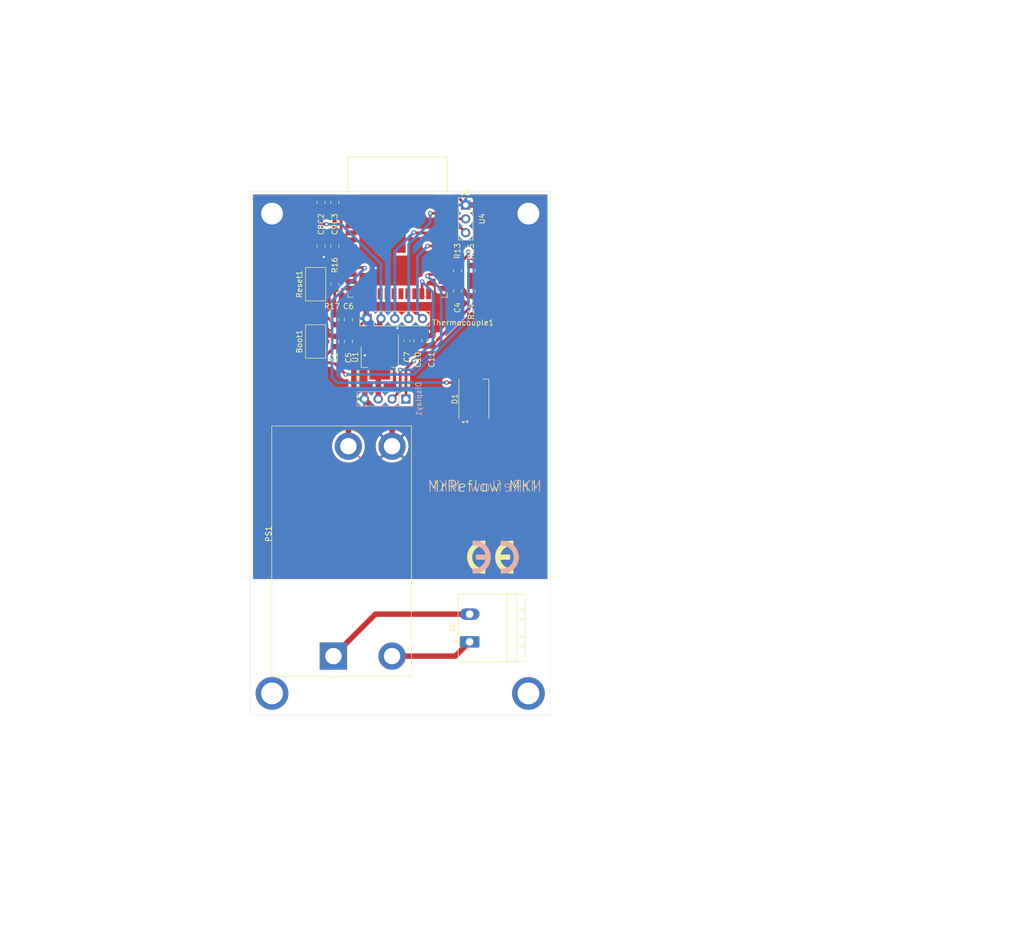
<source format=kicad_pcb>
(kicad_pcb (version 20211014) (generator pcbnew)
  (layers (0 "F.Cu" signal) (31 "B.Cu" signal) (34 "B.Paste" user) (35 "F.Paste" user) (36 "B.SilkS" user "B.Silkscreen") (37 "F.SilkS" user "F.Silkscreen") (38 "B.Mask" user) (39 "F.Mask" user) (44 "Edge.Cuts" user))
  (net 0 "")
  (net 1 "GND")
  (net 2 "Net-(Boot1-Pad2)")
  (net 3 "3_3V")
  (net 4 "Net-(C4-Pad2)")
  (net 5 "Net-(C5-Pad2)")
  (net 6 "Net-(C6-Pad2)")
  (net 7 "SCK")
  (net 8 "ESP_TX")
  (net 9 "ESP_RX")
  (net 10 "Net-(R14-Pad2)")
  (net 11 "CS")
  (net 12 "SO")
  (net 13 "Net-(J1-Pad1)")
  (net 21 "LED")
  (net 22 "BUZZER_A")
  (net 24 "RELAY")
  (net 39 "SDA_display")
  (net 40 "SCK_display")
  (net 41 "Net-(J1-Pad2)")
  (net 42 "5V")
  (footprint "Capacitor_SMD:C_0805_2012Metric" (layer "F.Cu") (at 196.58 78.12 90)
    (fp_text reference "C5" (at -3 0 90) (layer "F.SilkS"))
    (fp_text value "100n")
    (fp_line (start -0.261252 -0.735) (end 0.261252 -0.735) (layer "F.SilkS") (width 0.12))
    (fp_line (start -0.261252 0.735) (end 0.261252 0.735) (layer "F.SilkS") (width 0.12))
    (pad "1" smd roundrect locked (at -0.95 0 90) (size 1 1.45) (layers "F.Cu" "F.Paste" "F.Mask") (net 1 "GND"))
    (pad "2" smd roundrect locked (at 0.95 0 90) (size 1 1.45) (layers "F.Cu" "F.Paste" "F.Mask") (net 5 "Net-(C5-Pad2)"))
  )
  (footprint "Resistor_SMD:R_0805_2012Metric" (layer "F.Cu") (at 219.08 65.12 90)
    (fp_text reference "R15" (at 3.5 0 90) (layer "F.SilkS"))
    (fp_text value "1k")
    (fp_line (start -0.227064 -0.735) (end 0.227064 -0.735) (layer "F.SilkS") (width 0.12))
    (fp_line (start -0.227064 0.735) (end 0.227064 0.735) (layer "F.SilkS") (width 0.12))
    (pad "1" smd roundrect locked (at -0.9125 0 90) (size 1.025 1.4) (layers "F.Cu" "F.Paste" "F.Mask") (roundrect_rratio 0.243902439) (net 10 "Net-(R14-Pad2)"))
    (pad "2" smd roundrect locked (at 0.9125 0 90) (size 1.025 1.4) (layers "F.Cu" "F.Paste" "F.Mask") (roundrect_rratio 0.243902439) (net 3 "3_3V"))
  )
  (footprint "Capacitor_SMD:C_0805_2012Metric" (layer "F.Cu") (at 191.58 60.62 -90)
    (fp_text reference "C8" (at -3 0 90) (layer "F.SilkS"))
    (fp_text value "47uF")
    (fp_line (start -0.261252 0.735) (end 0.261252 0.735) (layer "F.SilkS") (width 0.12))
    (fp_line (start -0.261252 -0.735) (end 0.261252 -0.735) (layer "F.SilkS") (width 0.12))
    (pad "1" smd roundrect locked (at -0.95 0 270) (size 1 1.45) (layers "F.Cu" "F.Paste" "F.Mask") (net 3 "3_3V"))
    (pad "2" smd roundrect locked (at 0.95 0 270) (size 1 1.45) (layers "F.Cu" "F.Paste" "F.Mask") (net 1 "GND"))
  )
  (footprint "Capacitor_SMD:C_0805_2012Metric" (layer "F.Cu") (at 196.58 74.12 90)
    (fp_text reference "C6" (at 2.45 0) (layer "F.SilkS"))
    (fp_text value "22uf")
    (fp_line (start -0.261252 0.735) (end 0.261252 0.735) (layer "F.SilkS") (width 0.12))
    (fp_line (start -0.261252 -0.735) (end 0.261252 -0.735) (layer "F.SilkS") (width 0.12))
    (pad "1" smd roundrect locked (at -0.95 0 90) (size 1 1.45) (layers "F.Cu" "F.Paste" "F.Mask") (net 1 "GND"))
    (pad "2" smd roundrect locked (at 0.95 0 90) (size 1 1.45) (layers "F.Cu" "F.Paste" "F.Mask") (net 6 "Net-(C6-Pad2)"))
  )
  (footprint "Capacitor_SMD:C_0805_2012Metric" (layer "F.Cu") (at 209.33 77.97 90)
    (fp_text reference "C10" (at -3.5 0 90) (layer "F.SilkS"))
    (fp_text value "47uF")
    (fp_line (start -0.261252 0.735) (end 0.261252 0.735) (layer "F.SilkS") (width 0.12))
    (fp_line (start -0.261252 -0.735) (end 0.261252 -0.735) (layer "F.SilkS") (width 0.12))
    (pad "1" smd roundrect locked (at -0.95 0 90) (size 1 1.45) (layers "F.Cu" "F.Paste" "F.Mask") (net 3 "3_3V"))
    (pad "2" smd roundrect locked (at 0.95 0 90) (size 1 1.45) (layers "F.Cu" "F.Paste" "F.Mask") (net 1 "GND"))
  )
  (footprint "Converter_ACDC:Converter_ACDC_MeanWell_IRM-05-xx_THT" (layer "F.Cu") (at 193.83 135.8275 90)
    (fp_text reference "PS1" (at 22.42 -11.88 90) (layer "F.SilkS"))
    (fp_text value "IRM-05-5")
    (fp_line (start -3.7 -11.3) (end 42.2 -11.3) (layer "F.SilkS") (width 0.12))
    (fp_line (start -3.7 -11.3) (end -3.7 14.3) (layer "F.SilkS") (width 0.12))
    (fp_line (start -3.7 14.3) (end 42.2 14.3) (layer "F.SilkS") (width 0.12))
    (fp_line (start -4 -1) (end -4 1) (layer "F.SilkS") (width 0.12))
    (fp_line (start 42.2 -11.3) (end 42.2 14.3) (layer "F.SilkS") (width 0.12))
    (pad "1" thru_hole rect (at 0 0 90) (size 5 5) (drill 3) (layers *.Cu *.Mask) (net 41 "Net-(J1-Pad2)"))
    (pad "2" thru_hole circle (at 0 10.75 90) (size 5 5) (drill 3) (layers *.Cu *.Mask) (net 13 "Net-(J1-Pad1)"))
    (pad "3" thru_hole circle (at 38.5 10.75 90) (size 5 5) (drill 3) (layers *.Cu *.Mask) (net 1 "GND"))
    (pad "4" thru_hole circle (at 38.5 2.75 90) (size 5 5) (drill 3) (layers *.Cu *.Mask) (net 42 "5V"))
  )
  (footprint "Connector_PinHeader_2.54mm:PinHeader_1x03_P2.54mm_Vertical" (layer "F.Cu") (at 218.08 53.095)
    (fp_text reference "J2" (at 0 -2.33) (layer "F.SilkS"))
    (fp_text value "Conn_01x03_Female")
    (fp_line (start -1.33 6.41) (end 1.33 6.41) (layer "F.SilkS") (width 0.12))
    (fp_line (start -1.33 1.27) (end 1.33 1.27) (layer "F.SilkS") (width 0.12))
    (fp_line (start 1.33 1.27) (end 1.33 6.41) (layer "F.SilkS") (width 0.12))
    (fp_line (start -1.33 1.27) (end -1.33 6.41) (layer "F.SilkS") (width 0.12))
    (fp_line (start -1.33 0) (end -1.33 -1.33) (layer "F.SilkS") (width 0.12))
    (fp_line (start -1.33 -1.33) (end 0 -1.33) (layer "F.SilkS") (width 0.12))
    (pad "1" thru_hole rect locked (at 0 0) (size 1.7 1.7) (drill 1) (layers *.Cu *.Mask) (net 1 "GND"))
    (pad "2" thru_hole oval locked (at 0 2.54) (size 1.7 1.7) (drill 1) (layers *.Cu *.Mask) (net 8 "ESP_TX"))
    (pad "3" thru_hole oval locked (at 0 5.08) (size 1.7 1.7) (drill 1) (layers *.Cu *.Mask) (net 9 "ESP_RX"))
  )
  (footprint "Capacitor_SMD:C_0805_2012Metric" (layer "F.Cu") (at 191.58 52.62 -90)
    (fp_text reference "C2" (at 3 0 90) (layer "F.SilkS"))
    (fp_text value "100n")
    (fp_line (start -0.261252 -0.735) (end 0.261252 -0.735) (layer "F.SilkS") (width 0.12))
    (fp_line (start -0.261252 0.735) (end 0.261252 0.735) (layer "F.SilkS") (width 0.12))
    (pad "1" smd roundrect locked (at -0.95 0 270) (size 1 1.45) (layers "F.Cu" "F.Paste" "F.Mask") (net 1 "GND"))
    (pad "2" smd roundrect locked (at 0.95 0 270) (size 1 1.45) (layers "F.Cu" "F.Paste" "F.Mask") (net 3 "3_3V"))
  )
  (footprint "Resistor_SMD:R_0805_2012Metric" (layer "F.Cu") (at 194.08 74.12 -90)
    (fp_text reference "R17" (at -2.45 0.5 180) (layer "F.SilkS"))
    (fp_text value "1k")
    (fp_line (start -0.227064 0.735) (end 0.227064 0.735) (layer "F.SilkS") (width 0.12))
    (fp_line (start -0.227064 -0.735) (end 0.227064 -0.735) (layer "F.SilkS") (width 0.12))
    (pad "1" smd roundrect locked (at -0.9125 0 270) (size 1.025 1.4) (layers "F.Cu" "F.Paste" "F.Mask") (roundrect_rratio 0.243902439) (net 6 "Net-(C6-Pad2)"))
    (pad "2" smd roundrect locked (at 0.9125 0 270) (size 1.025 1.4) (layers "F.Cu" "F.Paste" "F.Mask") (roundrect_rratio 0.243902439) (net 5 "Net-(C5-Pad2)"))
  )
  (footprint "Connector_Phoenix_MSTB:PhoenixContact_MSTBA_2,5_2-G-5,08_1x02_P5.08mm_Horizontal" (layer "F.Cu") (at 218.8025 133.21 90)
    (fp_text reference "J1" (at 2.54 -3.2 90) (layer "F.SilkS"))
    (fp_text value "Conn_01x02_Male")
    (fp_line (start -3.65 8.61) (end -3.65 6.81) (layer "F.SilkS") (width 0.12))
    (fp_line (start -3.65 10.11) (end 8.73 10.11) (layer "F.SilkS") (width 0.12))
    (fp_line (start 5.83 8.61) (end 4.33 8.61) (layer "F.SilkS") (width 0.12))
    (fp_line (start 1 10.11) (end 0.75 8.61) (layer "F.SilkS") (width 0.12))
    (fp_line (start 6.08 10.11) (end 5.83 8.61) (layer "F.SilkS") (width 0.12))
    (fp_line (start 0.3 -2.91) (end 0 -2.31) (layer "F.SilkS") (width 0.12))
    (fp_line (start 0.75 8.61) (end -0.75 8.61) (layer "F.SilkS") (width 0.12))
    (fp_line (start 0 -2.31) (end -0.3 -2.91) (layer "F.SilkS") (width 0.12))
    (fp_line (start -0.3 -2.91) (end 0.3 -2.91) (layer "F.SilkS") (width 0.12))
    (fp_line (start 8.73 10.11) (end 8.73 -2.11) (layer "F.SilkS") (width 0.12))
    (fp_line (start -1 10.11) (end 1 10.11) (layer "F.SilkS") (width 0.12))
    (fp_line (start 8.73 -2.11) (end -3.65 -2.11) (layer "F.SilkS") (width 0.12))
    (fp_line (start -3.65 -2.11) (end -3.65 10.11) (layer "F.SilkS") (width 0.12))
    (fp_line (start 4.08 10.11) (end 6.08 10.11) (layer "F.SilkS") (width 0.12))
    (fp_line (start 8.73 8.61) (end -3.65 8.61) (layer "F.SilkS") (width 0.12))
    (fp_line (start -0.75 8.61) (end -1 10.11) (layer "F.SilkS") (width 0.12))
    (fp_line (start 4.33 8.61) (end 4.08 10.11) (layer "F.SilkS") (width 0.12))
    (fp_line (start 8.73 6.81) (end 8.73 8.61) (layer "F.SilkS") (width 0.12))
    (fp_line (start -3.65 6.81) (end 8.73 6.81) (layer "F.SilkS") (width 0.12))
    (pad "1" thru_hole roundrect (at 0 0 90) (size 2.08 3.6) (drill 1.4) (layers *.Cu *.Mask) (roundrect_rratio 0.1201918269) (net 13 "Net-(J1-Pad1)"))
    (pad "2" thru_hole oval (at 5.08 0 90) (size 2.08 3.6) (drill 1.4) (layers *.Cu *.Mask) (net 41 "Net-(J1-Pad2)"))
  )
  (footprint "Capacitor_SMD:C_0805_2012Metric" (layer "F.Cu") (at 211.83 77.97 90)
    (fp_text reference "C11" (at -3.5 0 90) (layer "F.SilkS"))
    (fp_text value "47uF")
    (fp_line (start -0.261252 -0.735) (end 0.261252 -0.735) (layer "F.SilkS") (width 0.12))
    (fp_line (start -0.261252 0.735) (end 0.261252 0.735) (layer "F.SilkS") (width 0.12))
    (pad "1" smd roundrect locked (at -0.95 0 90) (size 1 1.45) (layers "F.Cu" "F.Paste" "F.Mask") (net 3 "3_3V"))
    (pad "2" smd roundrect locked (at 0.95 0 90) (size 1 1.45) (layers "F.Cu" "F.Paste" "F.Mask") (net 1 "GND"))
  )
  (footprint "Capacitor_SMD:C_0805_2012Metric" (layer "F.Cu") (at 216.58 68.87 90)
    (fp_text reference "C4" (at -3.05 0 90) (layer "F.SilkS"))
    (fp_text value "22uf")
    (fp_line (start -0.261252 -0.735) (end 0.261252 -0.735) (layer "F.SilkS") (width 0.12))
    (fp_line (start -0.261252 0.735) (end 0.261252 0.735) (layer "F.SilkS") (width 0.12))
    (pad "1" smd roundrect locked (at -0.95 0 90) (size 1 1.45) (layers "F.Cu" "F.Paste" "F.Mask") (net 1 "GND"))
    (pad "2" smd roundrect locked (at 0.95 0 90) (size 1 1.45) (layers "F.Cu" "F.Paste" "F.Mask") (net 4 "Net-(C4-Pad2)"))
  )
  (footprint "Symbol:CE-Logo_8.5x6mm_SilkScreen" (layer "F.Cu") (at 222.58 117.67)
    (fp_text reference "REF**" hide)
    (fp_text value "CE-Logo_8.5x6mm_SilkScreen" hide)
    (fp_poly (pts (xy -1.060813 -3.015685) (xy -0.99633 -3.014025) (xy -0.949697 -3.011055) (xy -0.929349 -3.007912) (xy -0.899583 -2.999935) (xy -0.899583 -2.07947) (xy -1.109119 -2.086741) (xy -1.318953 -2.086477) (xy -1.513141 -2.069618) (xy -1.69758 -2.034925) (xy -1.878168 -1.981161) (xy -2.060803 -1.907089) (xy -2.136511 -1.871121) (xy -2.317062 -1.772023) (xy -2.479702 -1.660674) (xy -2.632099 -1.531592) (xy -2.691378 -1.474295) (xy -2.848015 -1.299139) (xy -2.983527 -1.10848) (xy -3.097234 -0.903606) (xy -3.188456 -0.685807) (xy -3.256515 -0.456371) (xy -3.276674 -0.363803) (xy -3.288823 -0.279756) (xy -3.296934 -0.176766) (xy -3.301015 -0.062035) (xy -3.301074 0.057234) (xy -3.297116 0.173837) (xy -3.289149 0.280571) (xy -3.277181 0.370233) (xy -3.275943 0.377031) (xy -3.220089 0.605759) (xy -3.140701 0.823965) (xy -3.039069 1.030177) (xy -2.916478 1.222928) (xy -2.774219 1.400748) (xy -2.613579 1.562168) (xy -2.435845 1.705719) (xy -2.242307 1.829931) (xy -2.034252 1.933336) (xy -1.850763 2.002535) (xy -1.747623 2.034118) (xy -1.652893 2.058129) (xy -1.56013 2.075463) (xy -1.462894 2.087016) (xy -1.354742 2.09368) (xy -1.229233 2.096352) (xy -1.174089 2.096504) (xy -0.899583 2.096186) (xy -0.899583 3.013164) (xy -0.929349 3.021141) (xy -0.954749 3.024138) (xy -1.001744 3.026203) (xy -1.06549 3.027382) (xy -1.141142 3.027723) (xy -1.223854 3.027274) (xy -1.308783 3.026083) (xy -1.391083 3.024197) (xy -1.465909 3.021663) (xy -1.528417 3.018531) (xy -1.573762 3.014847) (xy -1.574271 3.014789) (xy -1.687271 2.998341) (xy -1.814872 2.973706) (xy -1.947338 2.943083) (xy -2.074934 2.908667) (xy -2.156016 2.883536) (xy -2.420553 2.782498) (xy -2.671277 2.659513) (xy -2.907195 2.515777) (xy -3.12732 2.352487) (xy -3.33066 2.170838) (xy -3.516227 1.972026) (xy -3.68303 1.757247) (xy -3.830079 1.527698) (xy -3.956385 1.284573) (xy -4.060958 1.02907) (xy -4.142808 0.762383) (xy -4.200945 0.485709) (xy -4.214162 0.396875) (xy -4.222618 0.312107) (xy -4.228437 0.208118) (xy -4.231618 0.092009) (xy -4.232161 -0.029113) (xy -4.230066 -0.148146) (xy -4.225334 -0.257986) (xy -4.217963 -0.351528) (xy -4.214162 -0.383646) (xy -4.163241 -0.666294) (xy -4.087795 -0.939386) (xy -3.988081 -1.202286) (xy -3.864354 -1.454363) (xy -3.716872 -1.694983) (xy -3.638048 -1.805782) (xy -3.45977 -2.023277) (xy -3.263767 -2.221656) (xy -3.051402 -2.400118) (xy -2.824041 -2.557867) (xy -2.583047 -2.694103) (xy -2.329787 -2.808029) (xy -2.065623 -2.898847) (xy -1.791921 -2.965759) (xy -1.60112 -2.997187) (xy -1.548646 -3.00251) (xy -1.479782 -3.00707) (xy -1.399419 -3.010788) (xy -1.31245 -3.013587) (xy -1.223764 -3.015388) (xy -1.138255 -3.016113) (xy -1.060813 -3.015685)) (layer "F.SilkS") (width 0.01) (fill solid))
    (fp_poly (pts (xy 4.233335 -2.083594) (xy 3.938985 -2.083305) (xy 3.83701 -2.08288) (xy 3.756355 -2.081592) (xy 3.691888 -2.079086) (xy 3.638476 -2.075004) (xy 3.590988 -2.068992) (xy 3.544289 -2.060692) (xy 3.510389 -2.053564) (xy 3.280549 -1.990246) (xy 3.061232 -1.903988) (xy 2.854201 -1.795991) (xy 2.66122 -1.667456) (xy 2.484049 -1.519582) (xy 2.324453 -1.35357) (xy 2.184193 -1.170621) (xy 2.159554 -1.133551) (xy 2.107756 -1.046598) (xy 2.054855 -0.94518) (xy 2.003836 -0.836134) (xy 1.957682 -0.726298) (xy 1.919375 -0.622512) (xy 1.891898 -0.531612) (xy 1.885804 -0.506016) (xy 1.876439 -0.463021) (xy 3.638021 -0.463021) (xy 3.638021 0.47625) (xy 1.876439 0.47625) (xy 1.885804 0.519244) (xy 1.910864 0.610611) (xy 1.948352 0.716469) (xy 1.995185 0.829878) (xy 2.048282 0.943892) (xy 2.10456 1.051569) (xy 2.160936 1.145967) (xy 2.170392 1.160319) (xy 2.314134 1.351791) (xy 2.475333 1.52363) (xy 2.65299 1.675163) (xy 2.846109 1.805719) (xy 3.053691 1.914624) (xy 3.274738 2.001206) (xy 3.508255 2.064794) (xy 3.513956 2.066021) (xy 3.566538 2.076622) (xy 3.614958 2.084513) (xy 3.664609 2.090078) (xy 3.720881 2.093702) (xy 3.789168 2.095769) (xy 3.874859 2.096664) (xy 3.945599 2.096799) (xy 4.233333 2.096776) (xy 4.233333 3.029479) (xy 3.945599 3.027762) (xy 3.853624 3.026709) (xy 3.763891 3.024766) (xy 3.682158 3.022126) (xy 3.614179 3.018981) (xy 3.565711 3.015526) (xy 3.558646 3.014789) (xy 3.333237 2.978594) (xy 3.101386 2.921376) (xy 2.869425 2.845284) (xy 2.643685 2.752465) (xy 2.430499 2.645068) (xy 2.374697 2.613135) (xy 2.211156 2.507667) (xy 2.045214 2.383545) (xy 1.883427 2.246431) (xy 1.73235 2.101982) (xy 1.59854 1.955859) (xy 1.561993 1.911607) (xy 1.400673 1.690012) (xy 1.259348 1.452378) (xy 1.139025 1.201089) (xy 1.040711 0.938532) (xy 0.965412 0.667092) (xy 0.914135 0.389155) (xy 0.91159 0.370416) (xy 0.904641 0.298751) (xy 0.899708 0.208046) (xy 0.896792 0.104923) (xy 0.895895 -0.003991) (xy 0.897019 -0.112075) (xy 0.900166 -0.212702) (xy 0.905338 -0.299248) (xy 0.911383 -0.357188) (xy 0.963339 -0.642106) (xy 1.038569 -0.917646) (xy 1.136391 -1.182191) (xy 1.256121 -1.434123) (xy 1.397076 -1.671823) (xy 1.558573 -1.893675) (xy 1.561993 -1.897921) (xy 1.74228 -2.100879) (xy 1.941422 -2.287344) (xy 2.156973 -2.455786) (xy 2.386485 -2.604675) (xy 2.627509 -2.732483) (xy 2.8776 -2.837678) (xy 3.134309 -2.918733) (xy 3.234619 -2.943231) (xy 3.35853 -2.969062) (xy 3.4737 -2.988408) (xy 3.58752 -3.002019) (xy 3.707385 -3.010644) (xy 3.840687 -3.015032) (xy 3.952213 -3.015992) (xy 4.233333 -3.01625) (xy 4.233335 -2.083594)) (layer "F.SilkS") (width 0.01) (fill solid))
  )
  (footprint "Resistor_SMD:R_0805_2012Metric" (layer "F.Cu") (at 219.08 68.87 90)
    (fp_text reference "R14" (at -3.8 0 90) (layer "F.SilkS"))
    (fp_text value "1k")
    (fp_line (start -0.227064 0.735) (end 0.227064 0.735) (layer "F.SilkS") (width 0.12))
    (fp_line (start -0.227064 -0.735) (end 0.227064 -0.735) (layer "F.SilkS") (width 0.12))
    (pad "1" smd roundrect locked (at -0.9125 0 90) (size 1.025 1.4) (layers "F.Cu" "F.Paste" "F.Mask") (roundrect_rratio 0.243902439) (net 4 "Net-(C4-Pad2)"))
    (pad "2" smd roundrect locked (at 0.9125 0 90) (size 1.025 1.4) (layers "F.Cu" "F.Paste" "F.Mask") (roundrect_rratio 0.243902439) (net 10 "Net-(R14-Pad2)"))
  )
  (footprint "Button_Switch_SMD:SW_SPST_CK_RS282G05A3" (layer "F.Cu") (at 190.58 67.62 -90)
    (fp_text reference "Reset1" (at 0 3 90) (layer "F.SilkS"))
    (fp_text value "SW_Push")
    (fp_line (start 3.06 -1.85) (end 3.06 1.85) (layer "F.SilkS") (width 0.12))
    (fp_line (start -3.06 -1.85) (end 3.06 -1.85) (layer "F.SilkS") (width 0.12))
    (fp_line (start 3.06 1.85) (end -3.06 1.85) (layer "F.SilkS") (width 0.12))
    (fp_line (start -3.06 1.85) (end -3.06 -1.85) (layer "F.SilkS") (width 0.12))
    (pad "1" smd rect locked (at -3.9 0 270) (size 1.5 1.5) (layers "F.Cu" "F.Paste" "F.Mask") (net 1 "GND"))
    (pad "2" smd rect locked (at 3.9 0 270) (size 1.5 1.5) (layers "F.Cu" "F.Paste" "F.Mask") (net 5 "Net-(C5-Pad2)"))
  )
  (footprint "Capacitor_SMD:C_0603_1608Metric" (layer "F.Cu") (at 207.33 77.97 90)
    (fp_text reference "C7" (at -3 0 90) (layer "F.SilkS"))
    (fp_text value "22uF")
    (fp_line (start -0.14058 0.51) (end 0.14058 0.51) (layer "F.SilkS") (width 0.12))
    (fp_line (start -0.14058 -0.51) (end 0.14058 -0.51) (layer "F.SilkS") (width 0.12))
    (pad "1" smd roundrect locked (at -0.775 0 90) (size 0.9 0.95) (layers "F.Cu" "F.Paste" "F.Mask") (net 3 "3_3V"))
    (pad "2" smd roundrect locked (at 0.775 0 90) (size 0.9 0.95) (layers "F.Cu" "F.Paste" "F.Mask") (net 1 "GND"))
  )
  (footprint "Button_Switch_SMD:SW_SPST_CK_RS282G05A3" (layer "F.Cu") (at 190.58 78.12 -90)
    (fp_text reference "Boot1" (at 0 3 90) (layer "F.SilkS"))
    (fp_text value "Boot")
    (fp_line (start 3.06 1.85) (end -3.06 1.85) (layer "F.SilkS") (width 0.12))
    (fp_line (start -3.06 1.85) (end -3.06 -1.85) (layer "F.SilkS") (width 0.12))
    (fp_line (start 3.06 -1.85) (end 3.06 1.85) (layer "F.SilkS") (width 0.12))
    (fp_line (start -3.06 -1.85) (end 3.06 -1.85) (layer "F.SilkS") (width 0.12))
    (pad "1" smd rect locked (at -3.9 0 270) (size 1.5 1.5) (layers "F.Cu" "F.Paste" "F.Mask") (net 1 "GND"))
    (pad "2" smd rect locked (at 3.9 0 270) (size 1.5 1.5) (layers "F.Cu" "F.Paste" "F.Mask") (net 2 "Net-(Boot1-Pad2)"))
  )
  (footprint "Capacitor_SMD:C_0805_2012Metric" (layer "F.Cu") (at 194.08 60.62 -90)
    (fp_text reference "C9" (at -3 0 90) (layer "F.SilkS"))
    (fp_text value "47uF")
    (fp_line (start -0.261252 0.735) (end 0.261252 0.735) (layer "F.SilkS") (width 0.12))
    (fp_line (start -0.261252 -0.735) (end 0.261252 -0.735) (layer "F.SilkS") (width 0.12))
    (pad "1" smd roundrect locked (at -0.95 0 270) (size 1 1.45) (layers "F.Cu" "F.Paste" "F.Mask") (net 3 "3_3V"))
    (pad "2" smd roundrect locked (at 0.95 0 270) (size 1 1.45) (layers "F.Cu" "F.Paste" "F.Mask") (net 1 "GND"))
  )
  (footprint "Capacitor_SMD:C_0805_2012Metric" (layer "F.Cu") (at 194.08 78.12 -90)
    (fp_text reference "C1" (at 3 0 90) (layer "F.SilkS"))
    (fp_text value "100n")
    (fp_line (start -0.261252 -0.735) (end 0.261252 -0.735) (layer "F.SilkS") (width 0.12))
    (fp_line (start -0.261252 0.735) (end 0.261252 0.735) (layer "F.SilkS") (width 0.12))
    (pad "1" smd roundrect locked (at -0.95 0 270) (size 1 1.45) (layers "F.Cu" "F.Paste" "F.Mask") (net 1 "GND"))
    (pad "2" smd roundrect locked (at 0.95 0 270) (size 1 1.45) (layers "F.Cu" "F.Paste" "F.Mask") (net 2 "Net-(Boot1-Pad2)"))
  )
  (footprint "Resistor_SMD:R_0805_2012Metric" (layer "F.Cu") (at 194.08 67.62 90)
    (fp_text reference "R16" (at 3.5 0 90) (layer "F.SilkS"))
    (fp_text value "10k")
    (fp_line (start -0.227064 -0.735) (end 0.227064 -0.735) (layer "F.SilkS") (width 0.12))
    (fp_line (start -0.227064 0.735) (end 0.227064 0.735) (layer "F.SilkS") (width 0.12))
    (pad "1" smd roundrect locked (at -0.9125 0 90) (size 1.025 1.4) (layers "F.Cu" "F.Paste" "F.Mask") (roundrect_rratio 0.243902439) (net 6 "Net-(C6-Pad2)"))
    (pad "2" smd roundrect locked (at 0.9125 0 90) (size 1.025 1.4) (layers "F.Cu" "F.Paste" "F.Mask") (roundrect_rratio 0.243902439) (net 3 "3_3V"))
  )
  (footprint "Resistor_SMD:R_0805_2012Metric" (layer "F.Cu") (at 216.58 65.12 90)
    (fp_text reference "R13" (at 3.5875 0 90) (layer "F.SilkS"))
    (fp_text value "1k")
    (fp_line (start -0.227064 -0.735) (end 0.227064 -0.735) (layer "F.SilkS") (width 0.12))
    (fp_line (start -0.227064 0.735) (end 0.227064 0.735) (layer "F.SilkS") (width 0.12))
    (pad "1" smd roundrect locked (at -0.9125 0 90) (size 1.025 1.4) (layers "F.Cu" "F.Paste" "F.Mask") (roundrect_rratio 0.243902439) (net 4 "Net-(C4-Pad2)"))
    (pad "2" smd roundrect locked (at 0.9125 0 90) (size 1.025 1.4) (layers "F.Cu" "F.Paste" "F.Mask") (roundrect_rratio 0.243902439) (net 2 "Net-(Boot1-Pad2)"))
  )
  (footprint "Connector_PinHeader_2.54mm:PinHeader_1x05_P2.54mm_Vertical" (layer "F.Cu") (at 200.005 73.92 90)
    (fp_text reference "Thermocouple1" (at -0.75 17.575) (layer "F.SilkS"))
    (fp_text value "Conn_01x05_Female")
    (fp_line (start -1.33 1.27) (end 1.33 1.27) (layer "F.SilkS") (width 0.12))
    (fp_line (start -1.33 0) (end -1.33 -1.33) (layer "F.SilkS") (width 0.12))
    (fp_line (start -1.33 -1.33) (end 0 -1.33) (layer "F.SilkS") (width 0.12))
    (fp_line (start -1.33 1.27) (end -1.33 11.49) (layer "F.SilkS") (width 0.12))
    (fp_line (start 1.33 1.27) (end 1.33 11.49) (layer "F.SilkS") (width 0.12))
    (fp_line (start -1.33 11.49) (end 1.33 11.49) (layer "F.SilkS") (width 0.12))
    (pad "1" thru_hole rect locked (at 0 0 90) (size 1.7 1.7) (drill 1) (layers *.Cu *.Mask) (net 1 "GND"))
    (pad "2" thru_hole oval locked (at 0 2.54 90) (size 1.7 1.7) (drill 1) (layers *.Cu *.Mask) (net 3 "3_3V"))
    (pad "3" thru_hole oval locked (at 0 5.08 90) (size 1.7 1.7) (drill 1) (layers *.Cu *.Mask) (net 7 "SCK"))
    (pad "4" thru_hole oval locked (at 0 7.62 90) (size 1.7 1.7) (drill 1) (layers *.Cu *.Mask) (net 11 "CS"))
    (pad "5" thru_hole oval locked (at 0 10.16 90) (size 1.7 1.7) (drill 1) (layers *.Cu *.Mask) (net 12 "SO"))
  )
  (footprint "RF_Module:ESP32-WROOM-32" (layer "F.Cu") (at 205.58 60.12)
    (fp_text reference "U4" (at 15.5 -4.5 90) (layer "F.SilkS"))
    (fp_text value "ESP32-WROOM-32D")
    (fp_line (start 9.12 -15.865) (end 9.12 -9.445) (layer "F.SilkS") (width 0.12))
    (fp_line (start -9.12 9.88) (end -8.12 9.88) (layer "F.SilkS") (width 0.12))
    (fp_line (start -9.12 -9.445) (end -9.5 -9.445) (layer "F.SilkS") (width 0.12))
    (fp_line (start 9.12 9.88) (end 8.12 9.88) (layer "F.SilkS") (width 0.12))
    (fp_line (start 9.12 9.1) (end 9.12 9.88) (layer "F.SilkS") (width 0.12))
    (fp_line (start -9.12 9.1) (end -9.12 9.88) (layer "F.SilkS") (width 0.12))
    (fp_line (start -9.12 -15.865) (end 9.12 -15.865) (layer "F.SilkS") (width 0.12))
    (fp_line (start -9.12 -15.865) (end -9.12 -9.445) (layer "F.SilkS") (width 0.12))
    (pad "1" smd rect locked (at -8.5 -8.255) (size 2 0.9) (layers "F.Cu" "F.Paste" "F.Mask") (net 1 "GND"))
    (pad "2" smd rect locked (at -8.5 -6.985) (size 2 0.9) (layers "F.Cu" "F.Paste" "F.Mask") (net 3 "3_3V"))
    (pad "3" smd rect locked (at -8.5 -5.715) (size 2 0.9) (layers "F.Cu" "F.Paste" "F.Mask") (net 6 "Net-(C6-Pad2)"))
    (pad "4" smd rect locked (at -8.5 -4.445) (size 2 0.9) (layers "F.Cu" "F.Paste" "F.Mask"))
    (pad "5" smd rect locked (at -8.5 -3.175) (size 2 0.9) (layers "F.Cu" "F.Paste" "F.Mask"))
    (pad "6" smd rect locked (at -8.5 -1.905) (size 2 0.9) (layers "F.Cu" "F.Paste" "F.Mask"))
    (pad "7" smd rect locked (at -8.5 -0.635) (size 2 0.9) (layers "F.Cu" "F.Paste" "F.Mask"))
    (pad "8" smd rect locked (at -8.5 0.635) (size 2 0.9) (layers "F.Cu" "F.Paste" "F.Mask"))
    (pad "9" smd rect locked (at -8.5 1.905) (size 2 0.9) (layers "F.Cu" "F.Paste" "F.Mask"))
    (pad "10" smd rect locked (at -8.5 3.175) (size 2 0.9) (layers "F.Cu" "F.Paste" "F.Mask"))
    (pad "11" smd rect locked (at -8.5 4.445) (size 2 0.9) (layers "F.Cu" "F.Paste" "F.Mask") (net 21 "LED"))
    (pad "12" smd rect locked (at -8.5 5.715) (size 2 0.9) (layers "F.Cu" "F.Paste" "F.Mask") (net 22 "BUZZER_A"))
    (pad "13" smd rect locked (at -8.5 6.985) (size 2 0.9) (layers "F.Cu" "F.Paste" "F.Mask"))
    (pad "14" smd rect locked (at -8.5 8.255) (size 2 0.9) (layers "F.Cu" "F.Paste" "F.Mask") (net 24 "RELAY"))
    (pad "15" smd rect locked (at -5.715 9.255 90) (size 2 0.9) (layers "F.Cu" "F.Paste" "F.Mask") (net 1 "GND"))
    (pad "16" smd rect locked (at -4.445 9.255 90) (size 2 0.9) (layers "F.Cu" "F.Paste" "F.Mask"))
    (pad "17" smd rect locked (at -3.175 9.255 90) (size 2 0.9) (layers "F.Cu" "F.Paste" "F.Mask"))
    (pad "18" smd rect locked (at -1.905 9.255 90) (size 2 0.9) (layers "F.Cu" "F.Paste" "F.Mask"))
    (pad "19" smd rect locked (at -0.635 9.255 90) (size 2 0.9) (layers "F.Cu" "F.Paste" "F.Mask"))
    (pad "20" smd rect locked (at 0.635 9.255 90) (size 2 0.9) (layers "F.Cu" "F.Paste" "F.Mask"))
    (pad "21" smd rect locked (at 1.905 9.255 90) (size 2 0.9) (layers "F.Cu" "F.Paste" "F.Mask"))
    (pad "22" smd rect locked (at 3.175 9.255 90) (size 2 0.9) (layers "F.Cu" "F.Paste" "F.Mask"))
    (pad "23" smd rect locked (at 4.445 9.255 90) (size 2 0.9) (layers "F.Cu" "F.Paste" "F.Mask") (net 39 "SDA_display"))
    (pad "24" smd rect locked (at 5.715 9.255 90) (size 2 0.9) (layers "F.Cu" "F.Paste" "F.Mask"))
    (pad "25" smd rect locked (at 8.5 8.255) (size 2 0.9) (layers "F.Cu" "F.Paste" "F.Mask") (net 4 "Net-(C4-Pad2)"))
    (pad "26" smd rect locked (at 8.5 6.985) (size 2 0.9) (layers "F.Cu" "F.Paste" "F.Mask"))
    (pad "27" smd rect locked (at 8.5 5.715) (size 2 0.9) (layers "F.Cu" "F.Paste" "F.Mask") (net 40 "SCK_display"))
    (pad "28" smd rect locked (at 8.5 4.445) (size 2 0.9) (layers "F.Cu" "F.Paste" "F.Mask"))
    (pad "29" smd rect locked (at 8.5 3.175) (size 2 0.9) (layers "F.Cu" "F.Paste" "F.Mask"))
    (pad "30" smd rect locked (at 8.5 1.905) (size 2 0.9) (layers "F.Cu" "F.Paste" "F.Mask"))
    (pad "31" smd rect locked (at 8.5 0.635) (size 2 0.9) (layers "F.Cu" "F.Paste" "F.Mask") (net 12 "SO"))
    (pad "32" smd rect locked (at 8.5 -0.635) (size 2 0.9) (layers "F.Cu" "F.Paste" "F.Mask"))
    (pad "33" smd rect locked (at 8.5 -1.905) (size 2 0.9) (layers "F.Cu" "F.Paste" "F.Mask") (net 7 "SCK"))
    (pad "34" smd rect locked (at 8.5 -3.175) (size 2 0.9) (layers "F.Cu" "F.Paste" "F.Mask") (net 9 "ESP_RX"))
    (pad "35" smd rect locked (at 8.5 -4.445) (size 2 0.9) (layers "F.Cu" "F.Paste" "F.Mask") (net 8 "ESP_TX"))
    (pad "36" smd rect locked (at 8.5 -5.715) (size 2 0.9) (layers "F.Cu" "F.Paste" "F.Mask") (net 11 "CS"))
    (pad "37" smd rect locked (at 8.5 -6.985) (size 2 0.9) (layers "F.Cu" "F.Paste" "F.Mask"))
    (pad "38" smd rect locked (at 8.5 -8.255) (size 2 0.9) (layers "F.Cu" "F.Paste" "F.Mask") (net 1 "GND"))
    (pad "39" smd rect locked (at -1 -0.755) (size 5 5) (layers "F.Cu" "F.Paste" "F.Mask") (net 1 "GND"))
  )
  (footprint "Package_TO_SOT_SMD:SOT-223-3_TabPin2" (layer "F.Cu") (at 202.33 80.97 -90)
    (fp_text reference "U1" (at 0.03 4.5 90) (layer "F.SilkS"))
    (fp_text value "AMS1117-3.3")
    (fp_line (start -1.85 3.41) (end 1.91 3.41) (layer "F.SilkS") (width 0.12))
    (fp_line (start -4.1 -3.41) (end 1.91 -3.41) (layer "F.SilkS") (width 0.12))
    (fp_line (start 1.91 3.41) (end 1.91 2.15) (layer "F.SilkS") (width 0.12))
    (fp_line (start 1.91 -3.41) (end 1.91 -2.15) (layer "F.SilkS") (width 0.12))
    (pad "1" smd rect locked (at -3.15 -2.3 270) (size 2 1.5) (layers "F.Cu" "F.Paste" "F.Mask") (net 1 "GND"))
    (pad "2" smd rect locked (at -3.15 0 270) (size 2 1.5) (layers "F.Cu" "F.Paste" "F.Mask") (net 3 "3_3V"))
    (pad "2" smd rect locked (at 3.15 0 270) (size 2 3.8) (layers "F.Cu" "F.Paste" "F.Mask") (net 3 "3_3V"))
    (pad "3" smd rect locked (at -3.15 2.3 270) (size 2 1.5) (layers "F.Cu" "F.Paste" "F.Mask") (net 42 "5V"))
  )
  (footprint "Capacitor_SMD:C_0805_2012Metric" (layer "F.Cu") (at 194.08 52.62 90)
    (fp_text reference "C3" (at -3 0 90) (layer "F.SilkS"))
    (fp_text value "22uf")
    (fp_line (start -0.261252 -0.735) (end 0.261252 -0.735) (layer "F.SilkS") (width 0.12))
    (fp_line (start -0.261252 0.735) (end 0.261252 0.735) (layer "F.SilkS") (width 0.12))
    (pad "1" smd roundrect locked (at -0.95 0 90) (size 1 1.45) (layers "F.Cu" "F.Paste" "F.Mask") (net 3 "3_3V"))
    (pad "2" smd roundrect locked (at 0.95 0 90) (size 1 1.45) (layers "F.Cu" "F.Paste" "F.Mask") (net 1 "GND"))
  )
  (footprint "LED_SMD:LED_WS2812B_PLCC4_5.0x5.0mm_P3.2mm" (layer "F.Cu") (at 219.58 88.67 90)
    (fp_text reference "D1" (at 0 -3.5 90) (layer "F.SilkS"))
    (fp_text value "WS2812B")
    (fp_text user "1" (at -4.15 -1.6 90) (layer "F.SilkS"))
    (fp_line (start 3.65 2.75) (end 3.65 1.6) (layer "F.SilkS") (width 0.12))
    (fp_line (start -3.65 2.75) (end 3.65 2.75) (layer "F.SilkS") (width 0.12))
    (fp_line (start -3.65 -2.75) (end 3.65 -2.75) (layer "F.SilkS") (width 0.12))
    (pad "1" smd rect (at -2.45 -1.6 90) (size 1.5 1) (layers "F.Cu" "F.Paste" "F.Mask") (net 42 "5V"))
    (pad "2" smd rect (at -2.45 1.6 90) (size 1.5 1) (layers "F.Cu" "F.Paste" "F.Mask"))
    (pad "3" smd rect (at 2.45 1.6 90) (size 1.5 1) (layers "F.Cu" "F.Paste" "F.Mask") (net 1 "GND"))
    (pad "4" smd rect (at 2.45 -1.6 90) (size 1.5 1) (layers "F.Cu" "F.Paste" "F.Mask") (net 21 "LED"))
  )
  (footprint "Connector_PinHeader_2.54mm:PinHeader_1x04_P2.54mm_Vertical" (layer "B.Cu") (at 207.13 88.67 90)
    (fp_text reference "Display1" (at 0 2.33 90) (layer "B.SilkS") (effects (justify mirror)))
    (fp_text value "Conn_01x04_Male")
    (fp_line (start 1.33 -1.27) (end 1.33 -8.95) (layer "B.SilkS") (width 0.12))
    (fp_line (start -1.33 -1.27) (end 1.33 -1.27) (layer "B.SilkS") (width 0.12))
    (fp_line (start -1.33 -8.95) (end 1.33 -8.95) (layer "B.SilkS") (width 0.12))
    (fp_line (start -1.33 -1.27) (end -1.33 -8.95) (layer "B.SilkS") (width 0.12))
    (fp_line (start -1.33 1.33) (end 0 1.33) (layer "B.SilkS") (width 0.12))
    (fp_line (start -1.33 0) (end -1.33 1.33) (layer "B.SilkS") (width 0.12))
    (pad "1" thru_hole rect (at 0 0 90) (size 1.7 1.7) (drill 1) (layers *.Cu *.Mask) (net 39 "SDA_display"))
    (pad "2" thru_hole oval (at 0 -2.54 90) (size 1.7 1.7) (drill 1) (layers *.Cu *.Mask) (net 40 "SCK_display"))
    (pad "3" thru_hole oval (at 0 -5.08 90) (size 1.7 1.7) (drill 1) (layers *.Cu *.Mask) (net 3 "3_3V"))
    (pad "4" thru_hole oval (at 0 -7.62 90) (size 1.7 1.7) (drill 1) (layers *.Cu *.Mask) (net 1 "GND"))
  )
  (footprint "Symbol:CE-Logo_8.5x6mm_SilkScreen" (layer "B.Cu") (at 223.58 117.67 180)
    (fp_text reference "REF**" hide)
    (fp_text value "CE-Logo_8.5x6mm_SilkScreen" hide)
    (fp_poly (pts (xy -1.060813 3.015685) (xy -0.99633 3.014025) (xy -0.949697 3.011055) (xy -0.929349 3.007912) (xy -0.899583 2.999935) (xy -0.899583 2.07947) (xy -1.109119 2.086741) (xy -1.318953 2.086477) (xy -1.513141 2.069618) (xy -1.69758 2.034925) (xy -1.878168 1.981161) (xy -2.060803 1.907089) (xy -2.136511 1.871121) (xy -2.317062 1.772023) (xy -2.479702 1.660674) (xy -2.632099 1.531592) (xy -2.691378 1.474295) (xy -2.848015 1.299139) (xy -2.983527 1.10848) (xy -3.097234 0.903606) (xy -3.188456 0.685807) (xy -3.256515 0.456371) (xy -3.276674 0.363803) (xy -3.288823 0.279756) (xy -3.296934 0.176766) (xy -3.301015 0.062035) (xy -3.301074 -0.057234) (xy -3.297116 -0.173837) (xy -3.289149 -0.280571) (xy -3.277181 -0.370233) (xy -3.275943 -0.377031) (xy -3.220089 -0.605759) (xy -3.140701 -0.823965) (xy -3.039069 -1.030177) (xy -2.916478 -1.222928) (xy -2.774219 -1.400748) (xy -2.613579 -1.562168) (xy -2.435845 -1.705719) (xy -2.242307 -1.829931) (xy -2.034252 -1.933336) (xy -1.850763 -2.002535) (xy -1.747623 -2.034118) (xy -1.652893 -2.058129) (xy -1.56013 -2.075463) (xy -1.462894 -2.087016) (xy -1.354742 -2.09368) (xy -1.229233 -2.096352) (xy -1.174089 -2.096504) (xy -0.899583 -2.096186) (xy -0.899583 -3.013164) (xy -0.929349 -3.021141) (xy -0.954749 -3.024138) (xy -1.001744 -3.026203) (xy -1.06549 -3.027382) (xy -1.141142 -3.027723) (xy -1.223854 -3.027274) (xy -1.308783 -3.026083) (xy -1.391083 -3.024197) (xy -1.465909 -3.021663) (xy -1.528417 -3.018531) (xy -1.573762 -3.014847) (xy -1.574271 -3.014789) (xy -1.687271 -2.998341) (xy -1.814872 -2.973706) (xy -1.947338 -2.943083) (xy -2.074934 -2.908667) (xy -2.156016 -2.883536) (xy -2.420553 -2.782498) (xy -2.671277 -2.659513) (xy -2.907195 -2.515777) (xy -3.12732 -2.352487) (xy -3.33066 -2.170838) (xy -3.516227 -1.972026) (xy -3.68303 -1.757247) (xy -3.830079 -1.527698) (xy -3.956385 -1.284573) (xy -4.060958 -1.02907) (xy -4.142808 -0.762383) (xy -4.200945 -0.485709) (xy -4.214162 -0.396875) (xy -4.222618 -0.312107) (xy -4.228437 -0.208118) (xy -4.231618 -0.092009) (xy -4.232161 0.029113) (xy -4.230066 0.148146) (xy -4.225334 0.257986) (xy -4.217963 0.351528) (xy -4.214162 0.383646) (xy -4.163241 0.666294) (xy -4.087795 0.939386) (xy -3.988081 1.202286) (xy -3.864354 1.454363) (xy -3.716872 1.694983) (xy -3.638048 1.805782) (xy -3.45977 2.023277) (xy -3.263767 2.221656) (xy -3.051402 2.400118) (xy -2.824041 2.557867) (xy -2.583047 2.694103) (xy -2.329787 2.808029) (xy -2.065623 2.898847) (xy -1.791921 2.965759) (xy -1.60112 2.997187) (xy -1.548646 3.00251) (xy -1.479782 3.00707) (xy -1.399419 3.010788) (xy -1.31245 3.013587) (xy -1.223764 3.015388) (xy -1.138255 3.016113) (xy -1.060813 3.015685)) (layer "B.SilkS") (width 0.01) (fill solid))
    (fp_poly (pts (xy 4.233335 2.083594) (xy 3.938985 2.083305) (xy 3.83701 2.08288) (xy 3.756355 2.081592) (xy 3.691888 2.079086) (xy 3.638476 2.075004) (xy 3.590988 2.068992) (xy 3.544289 2.060692) (xy 3.510389 2.053564) (xy 3.280549 1.990246) (xy 3.061232 1.903988) (xy 2.854201 1.795991) (xy 2.66122 1.667456) (xy 2.484049 1.519582) (xy 2.324453 1.35357) (xy 2.184193 1.170621) (xy 2.159554 1.133551) (xy 2.107756 1.046598) (xy 2.054855 0.94518) (xy 2.003836 0.836134) (xy 1.957682 0.726298) (xy 1.919375 0.622512) (xy 1.891898 0.531612) (xy 1.885804 0.506016) (xy 1.876439 0.463021) (xy 3.638021 0.463021) (xy 3.638021 -0.47625) (xy 1.876439 -0.47625) (xy 1.885804 -0.519244) (xy 1.910864 -0.610611) (xy 1.948352 -0.716469) (xy 1.995185 -0.829878) (xy 2.048282 -0.943892) (xy 2.10456 -1.051569) (xy 2.160936 -1.145967) (xy 2.170392 -1.160319) (xy 2.314134 -1.351791) (xy 2.475333 -1.52363) (xy 2.65299 -1.675163) (xy 2.846109 -1.805719) (xy 3.053691 -1.914624) (xy 3.274738 -2.001206) (xy 3.508255 -2.064794) (xy 3.513956 -2.066021) (xy 3.566538 -2.076622) (xy 3.614958 -2.084513) (xy 3.664609 -2.090078) (xy 3.720881 -2.093702) (xy 3.789168 -2.095769) (xy 3.874859 -2.096664) (xy 3.945599 -2.096799) (xy 4.233333 -2.096776) (xy 4.233333 -3.029479) (xy 3.945599 -3.027762) (xy 3.853624 -3.026709) (xy 3.763891 -3.024766) (xy 3.682158 -3.022126) (xy 3.614179 -3.018981) (xy 3.565711 -3.015526) (xy 3.558646 -3.014789) (xy 3.333237 -2.978594) (xy 3.101386 -2.921376) (xy 2.869425 -2.845284) (xy 2.643685 -2.752465) (xy 2.430499 -2.645068) (xy 2.374697 -2.613135) (xy 2.211156 -2.507667) (xy 2.045214 -2.383545) (xy 1.883427 -2.246431) (xy 1.73235 -2.101982) (xy 1.59854 -1.955859) (xy 1.561993 -1.911607) (xy 1.400673 -1.690012) (xy 1.259348 -1.452378) (xy 1.139025 -1.201089) (xy 1.040711 -0.938532) (xy 0.965412 -0.667092) (xy 0.914135 -0.389155) (xy 0.91159 -0.370416) (xy 0.904641 -0.298751) (xy 0.899708 -0.208046) (xy 0.896792 -0.104923) (xy 0.895895 0.003991) (xy 0.897019 0.112075) (xy 0.900166 0.212702) (xy 0.905338 0.299248) (xy 0.911383 0.357188) (xy 0.963339 0.642106) (xy 1.038569 0.917646) (xy 1.136391 1.182191) (xy 1.256121 1.434123) (xy 1.397076 1.671823) (xy 1.558573 1.893675) (xy 1.561993 1.897921) (xy 1.74228 2.100879) (xy 1.941422 2.287344) (xy 2.156973 2.455786) (xy 2.386485 2.604675) (xy 2.627509 2.732483) (xy 2.8776 2.837678) (xy 3.134309 2.918733) (xy 3.234619 2.943231) (xy 3.35853 2.969062) (xy 3.4737 2.988408) (xy 3.58752 3.002019) (xy 3.707385 3.010644) (xy 3.840687 3.015032) (xy 3.952213 3.015992) (xy 4.233333 3.01625) (xy 4.233335 2.083594)) (layer "B.SilkS") (width 0.01) (fill solid))
  )
  (gr_line (start 233.58 146.67) (end 178.58 146.67) (layer "Edge.Cuts") (width 0.05))
  (gr_line (start 233.58 50.67) (end 178.58 50.67) (layer "Edge.Cuts") (width 0.05))
  (gr_line (start 178.58 50.67) (end 178.58 146.67) (layer "Edge.Cuts") (width 0.05))
  (gr_line (start 233.58 146.67) (end 233.58 50.67) (layer "Edge.Cuts") (width 0.05))
  (gr_text "MrReflow MKII" (at 221.58 104.67) (layer "B.SilkS") (effects (font (size 2 2)) (justify mirror)))
  (gr_text "MrReflow MKII" (at 221.58 104.67) (layer "F.SilkS") (effects (font (size 2 2))))
  (via (at 182.58 142.67) (size 6) (drill 4) (layers "F.Cu" "B.Cu") (net 0))
  (via (at 229.58 142.67) (size 6) (drill 4) (layers "F.Cu" "B.Cu") (net 0))
  (segment (start 218.08 53.095) (end 228.005 53.095) (width 1) (layer "F.Cu") (net 1))
  (segment (start 205.255 77.195) (end 204.63 77.82) (width 0.5) (layer "F.Cu") (net 1))
  (segment (start 204.58 90.67) (end 201.51 90.67) (width 1) (layer "F.Cu") (net 1))
  (segment (start 190.58 62.57) (end 191.58 61.57) (width 0.5) (layer "F.Cu") (net 1))
  (segment (start 192.08 62.62) (end 192.08 62.07) (width 0.5) (layer "F.Cu") (net 1))
  (segment (start 204.58 97.3275) (end 204.58 90.67) (width 1) (layer "F.Cu") (net 1))
  (segment (start 197.75452 77.89548) (end 197.75452 76.24452) (width 0.5) (layer "F.Cu") (net 1))
  (segment (start 196.58 75.07) (end 198.855 75.07) (width 0.5) (layer "F.Cu") (net 1))
  (segment (start 201.51 90.67) (end 199.51 88.67) (width 1) (layer "F.Cu") (net 1))
  (segment (start 216.58 72.27) (end 211.83 77.02) (width 0.5) (layer "F.Cu") (net 1))
  (segment (start 190.58 63.72) (end 190.58 62.57) (width 0.5) (layer "F.Cu") (net 1))
  (segment (start 205.58 75.67) (end 205.58 76.87) (width 1) (layer "F.Cu") (net 1))
  (segment (start 197.08 51.865) (end 194.275 51.865) (width 1) (layer "F.Cu") (net 1))
  (segment (start 205.58 76.87) (end 204.63 77.82) (width 1) (layer "F.Cu") (net 1))
  (segment (start 182.58 54.67) (end 185.58 51.67) (width 1) (layer "F.Cu") (net 1))
  (segment (start 216.85 51.865) (end 218.08 53.095) (width 0.5) (layer "F.Cu") (net 1))
  (segment (start 199.865 66.385) (end 201.58 64.67) (width 0.5) (layer "F.Cu") (net 1))
  (segment (start 199.58 80.67) (end 199.58 88.6) (width 1) (layer "F.Cu") (net 1))
  (segment (start 198.855 75.07) (end 200.005 73.92) (width 0.5) (layer "F.Cu") (net 1))
  (segment (start 196.58 79.07) (end 195.98 79.07) (width 0.5) (layer "F.Cu") (net 1))
  (segment (start 191.58 61.57) (end 194.08 61.57) (width 0.5) (layer "F.Cu") (net 1))
  (segment (start 228.005 53.095) (end 229.58 54.67) (width 1) (layer "F.Cu") (net 1))
  (segment (start 194.08 77.17) (end 193.53 77.17) (width 0.5) (layer "F.Cu") (net 1))
  (segment (start 212.08 51.865) (end 214.08 51.865) (width 0.5) (layer "F.Cu") (net 1))
  (segment (start 221.18 86.22) (end 220.629022 86.22) (width 1) (layer "F.Cu") (net 1))
  (segment (start 201.58 62.365) (end 204.58 59.365) (width 0.5) (layer "F.Cu") (net 1))
  (segment (start 211.83 77.02) (end 209.33 77.02) (width 0.5) (layer "F.Cu") (net 1))
  (segment (start 185.58 51.67) (end 191.58 51.67) (width 1) (layer "F.Cu") (net 1))
  (segment (start 194.275 51.865) (end 194.08 51.67) (width 1) (layer "F.Cu") (net 1))
  (segment (start 192.08 62.07) (end 191.58 61.57) (width 0.5) (layer "F.Cu") (net 1))
  (segment (start 199.08 51.865) (end 204.58 57.365) (width 1) (layer "F.Cu") (net 1))
  (segment (start 201.58 64.67) (end 201.58 62.365) (width 0.5) (layer "F.Cu") (net 1))
  (segment (start 220.629022 86.22) (end 216.179022 90.67) (width 1) (layer "F.Cu") (net 1))
  (segment (start 197.08 51.865) (end 199.08 51.865) (width 1) (layer "F.Cu") (net 1))
  (segment (start 197.75452 76.24452) (end 196.58 75.07) (width 0.5) (layer "F.Cu") (net 1))
  (segment (start 196.58 79.07) (end 197.75452 77.89548) (width 0.5) (layer "F.Cu") (net 1))
  (segment (start 191.58 51.67) (end 194.08 51.67) (width 1) (layer "F.Cu") (net 1))
  (segment (start 195.98 79.07) (end 194.08 77.17) (width 0.5) (layer "F.Cu") (net 1))
  (segment (start 199.865 69.375) (end 199.865 73.78) (width 1) (layer "F.Cu") (net 1))
  (segment (start 216.58 69.82) (end 216.58 72.27) (width 0.5) (layer "F.Cu") (net 1))
  (segment (start 207.33 77.195) (end 205.255 77.195) (width 0.5) (layer "F.Cu") (net 1))
  (segment (start 214.08 51.865) (end 216.85 51.865) (width 0.5) (layer "F.Cu") (net 1))
  (segment (start 204.58 59.365) (end 212.08 51.865) (width 0.5) (layer "F.Cu") (net 1))
  (segment (start 193.53 77.17) (end 190.58 74.22) (width 0.5) (layer "F.Cu") (net 1))
  (segment (start 209.33 77.02) (end 207.505 77.02) (width 0.5) (layer "F.Cu") (net 1))
  (segment (start 216.179022 90.67) (end 204.58 90.67) (width 1) (layer "F.Cu") (net 1))
  (segment (start 199.865 69.375) (end 199.865 66.385) (width 0.5) (layer "F.Cu") (net 1))
  (via (at 182.58 54.67) (size 6) (drill 4) (layers "F.Cu" "B.Cu") (net 1))
  (via (at 199.58 80.67) (size 0.8) (drill 0.4) (layers "F.Cu" "B.Cu") (net 1))
  (via (at 229.58 54.67) (size 6) (drill 4) (layers "F.Cu" "B.Cu") (net 1))
  (via (at 192.08 62.62) (size 0.8) (drill 0.4) (layers "F.Cu" "B.Cu") (net 1))
  (via (at 205.58 75.67) (size 0.8) (drill 0.4) (layers "F.Cu" "B.Cu") (net 1))
  (via (at 201.58 64.67) (size 0.8) (drill 0.4) (layers "F.Cu" "B.Cu") (net 1))
  (segment (start 200.005 73.92) (end 200.005 80.245) (width 1) (layer "B.Cu") (net 1))
  (segment (start 200.005 73.92) (end 201.755 75.67) (width 1) (layer "B.Cu") (net 1))
  (segment (start 200.005 80.245) (end 199.58 80.67) (width 1) (layer "B.Cu") (net 1))
  (segment (start 201.755 75.67) (end 205.58 75.67) (width 1) (layer "B.Cu") (net 1))
  (segment (start 199.53 62.62) (end 201.58 64.67) (width 0.5) (layer "B.Cu") (net 1))
  (segment (start 192.08 62.62) (end 199.53 62.62) (width 0.5) (layer "B.Cu") (net 1))
  (segment (start 191.13 82.02) (end 194.08 79.07) (width 0.5) (layer "F.Cu") (net 2))
  (segment (start 193.93 82.02) (end 196.08 84.17) (width 0.5) (layer "F.Cu") (net 2))
  (segment (start 218.58 62.2075) (end 216.58 64.2075) (width 0.5) (layer "F.Cu") (net 2))
  (segment (start 190.58 82.02) (end 193.93 82.02) (width 0.5) (layer "F.Cu") (net 2))
  (segment (start 218.58 61.67) (end 218.58 62.2075) (width 0.5) (layer "F.Cu") (net 2))
  (via (at 196.08 84.17) (size 0.8) (drill 0.4) (layers "F.Cu" "B.Cu") (net 2))
  (via (at 218.58 61.67) (size 0.8) (drill 0.4) (layers "F.Cu" "B.Cu") (net 2))
  (segment (start 196.08 84.17) (end 208.58 84.17) (width 0.5) (layer "B.Cu") (net 2))
  (segment (start 208.58 84.17) (end 218.58 74.17) (width 0.5) (layer "B.Cu") (net 2))
  (segment (start 218.58 74.17) (end 218.58 61.67) (width 0.5) (layer "B.Cu") (net 2))
  (segment (start 194.08 59.67) (end 194.08 56.62) (width 1) (layer "F.Cu") (net 3))
  (segment (start 191.58 56.62) (end 191.58 53.57) (width 1) (layer "F.Cu") (net 3))
  (segment (start 192.58 56.62) (end 191.58 56.62) (width 0.5) (layer "F.Cu") (net 3))
  (segment (start 209.155 78.745) (end 209.33 78.92) (width 1) (layer "F.Cu") (net 3))
  (segment (start 207.33 78.745) (end 209.155 78.745) (width 1) (layer "F.Cu") (net 3))
  (segment (start 202.33 80.97) (end 205.105 80.97) (width 1) (layer "F.Cu") (net 3))
  (segment (start 189.08 62.17) (end 191.58 59.67) (width 0.5) (layer "F.Cu") (net 3))
  (segment (start 194.08 59.67) (end 191.58 59.67) (width 1) (layer "F.Cu") (net 3))
  (segment (start 194.08 56.62) (end 194.08 53.57) (width 1) (layer "F.Cu") (net 3))
  (segment (start 189.08 64.619022) (end 189.08 62.17) (width 0.5) (layer "F.Cu") (net 3))
  (segment (start 202.33 77.82) (end 202.33 74.135) (width 1) (layer "F.Cu") (net 3))
  (segment (start 194.08 66.7075) (end 191.168478 66.7075) (width 0.5) (layer "F.Cu") (net 3))
  (segment (start 220.22952 70.52048) (end 220.22952 65.35702) (width 0.5) (layer "F.Cu") (net 3))
  (segment (start 197.08 53.135) (end 194.515 53.135) (width 1) (layer "F.Cu") (net 3))
  (segment (start 220.22952 65.35702) (end 219.08 64.2075) (width 0.5) (layer "F.Cu") (net 3))
  (segment (start 191.168478 66.7075) (end 189.08 64.619022) (width 0.5) (layer "F.Cu") (net 3))
  (segment (start 202.05 88.67) (end 202.05 84.4) (width 1) (layer "F.Cu") (net 3))
  (segment (start 202.33 77.82) (end 202.33 80.97) (width 1) (layer "F.Cu") (net 3))
  (segment (start 191.58 59.67) (end 191.58 56.62) (width 1) (layer "F.Cu") (net 3))
  (segment (start 194.08 53.57) (end 191.58 53.57) (width 1) (layer "F.Cu") (net 3))
  (segment (start 202.33 80.97) (end 202.33 84.12) (width 1) (layer "F.Cu") (net 3))
  (segment (start 209.33 78.92) (end 211.83 78.92) (width 1) (layer "F.Cu") (net 3))
  (segment (start 192.58 56.62) (end 194.08 56.62) (width 0.5) (layer "F.Cu") (net 3))
  (segment (start 194.515 53.135) (end 194.08 53.57) (width 1) (layer "F.Cu") (net 3))
  (segment (start 211.83 78.92) (end 220.22952 70.52048) (width 0.5) (layer "F.Cu") (net 3))
  (segment (start 205.105 80.97) (end 207.33 78.745) (width 1) (layer "F.Cu") (net 3))
  (via (at 192.58 56.62) (size 0.8) (drill 0.4) (layers "F.Cu" "B.Cu") (net 3))
  (segment (start 202.545 63.883609) (end 202.545 73.92) (width 0.5) (layer "B.Cu") (net 3))
  (segment (start 192.58 56.62) (end 195.281391 56.62) (width 0.5) (layer "B.Cu") (net 3))
  (segment (start 195.281391 56.62) (end 202.545 63.883609) (width 0.5) (layer "B.Cu") (net 3))
  (segment (start 216.747824 67.92) (end 218.610324 69.7825) (width 1) (layer "F.Cu") (net 4))
  (segment (start 214.08 68.375) (end 216.125 68.375) (width 1) (layer "F.Cu") (net 4))
  (segment (start 216.125 68.375) (end 216.58 67.92) (width 1) (layer "F.Cu") (net 4))
  (segment (start 216.58 67.92) (end 216.58 66.0325) (width 1) (layer "F.Cu") (net 4))
  (segment (start 218.610324 69.7825) (end 219.08 69.7825) (width 1) (layer "F.Cu") (net 4))
  (segment (start 194.4425 75.0325) (end 196.58 77.17) (width 0.5) (layer "F.Cu") (net 5))
  (segment (start 190.58 71.5325) (end 194.08 75.0325) (width 0.5) (layer "F.Cu") (net 5))
  (segment (start 196.58 73.17) (end 194.1175 73.17) (width 0.5) (layer "F.Cu") (net 6))
  (segment (start 194.08 73.2075) (end 194.08 68.5325) (width 0.5) (layer "F.Cu") (net 6))
  (segment (start 195.58 54.405) (end 195.25452 54.73048) (width 0.5) (layer "F.Cu") (net 6))
  (segment (start 195.58 54.405) (end 197.08 54.405) (width 0.5) (layer "F.Cu") (net 6))
  (segment (start 194.08 68.5325) (end 195.25452 67.35798) (width 0.5) (layer "F.Cu") (net 6))
  (segment (start 195.25452 67.35798) (end 195.25452 54.73048) (width 0.5) (layer "F.Cu") (net 6))
  (segment (start 208.675 58.215) (end 214.08 58.215) (width 0.5) (layer "F.Cu") (net 7))
  (segment (start 208.58 58.12) (end 208.675 58.215) (width 0.5) (layer "F.Cu") (net 7))
  (via (at 208.58 58.12) (size 0.8) (drill 0.4) (layers "F.Cu" "B.Cu") (net 7))
  (segment (start 208.58 58.12) (end 205.085 61.615) (width 0.5) (layer "B.Cu") (net 7))
  (segment (start 205.085 61.615) (end 205.085 73.92) (width 0.5) (layer "B.Cu") (net 7))
  (segment (start 218.08 55.635) (end 214.12 55.635) (width 0.5) (layer "F.Cu") (net 8))
  (segment (start 216.85 56.945) (end 218.08 58.175) (width 0.5) (layer "F.Cu") (net 9))
  (segment (start 214.08 56.945) (end 216.85 56.945) (width 0.5) (layer "F.Cu") (net 9))
  (segment (start 219.08 67.9575) (end 219.08 66.0325) (width 1) (layer "F.Cu") (net 10))
  (segment (start 213.865 54.62) (end 214.08 54.405) (width 0.5) (layer "F.Cu") (net 11))
  (segment (start 211.58 54.62) (end 213.865 54.62) (width 0.5) (layer "F.Cu") (net 11))
  (via (at 211.58 54.62) (size 0.8) (drill 0.4) (layers "F.Cu" "B.Cu") (net 11))
  (segment (start 207.625 60.276391) (end 207.625 73.92) (width 0.5) (layer "B.Cu") (net 11))
  (segment (start 211.58 56.321391) (end 207.625 60.276391) (width 0.5) (layer "B.Cu") (net 11))
  (segment (start 211.58 54.62) (end 211.58 56.321391) (width 0.5) (layer "B.Cu") (net 11))
  (segment (start 211.08 60.62) (end 213.945 60.62) (width 0.5) (layer "F.Cu") (net 12))
  (via (at 211.08 60.62) (size 0.8) (drill 0.4) (layers "F.Cu" "B.Cu") (net 12))
  (segment (start 211.08 60.62) (end 209.230489 62.469511) (width 0.5) (layer "B.Cu") (net 12))
  (segment (start 209.230489 72.985489) (end 210.165 73.92) (width 0.5) (layer "B.Cu") (net 12))
  (segment (start 209.230489 62.469511) (end 209.230489 72.985489) (width 0.5) (layer "B.Cu") (net 12))
  (segment (start 216.185 135.8275) (end 218.8025 133.21) (width 1) (layer "F.Cu") (net 13))
  (segment (start 204.58 135.8275) (end 216.185 135.8275) (width 1) (layer "F.Cu") (net 13))
  (segment (start 214.58 85.67) (end 217.43 85.67) (width 0.5) (layer "F.Cu") (net 21))
  (segment (start 197.08 64.565) (end 199.475 64.565) (width 0.5) (layer "F.Cu") (net 21))
  (segment (start 199.475 64.565) (end 199.58 64.67) (width 0.5) (layer "F.Cu") (net 21))
  (segment (start 217.43 85.67) (end 217.98 86.22) (width 0.5) (layer "F.Cu") (net 21))
  (via (at 199.58 64.67) (size 0.8) (drill 0.4) (layers "F.Cu" "B.Cu") (net 21))
  (via (at 214.58 85.67) (size 0.8) (drill 0.4) (layers "F.Cu" "B.Cu") (net 21))
  (segment (start 194.58 85.67) (end 214.58 85.67) (width 0.5) (layer "B.Cu") (net 21))
  (segment (start 193.58 70.67) (end 193.58 84.67) (width 0.5) (layer "B.Cu") (net 21))
  (segment (start 193.58 84.67) (end 194.58 85.67) (width 0.5) (layer "B.Cu") (net 21))
  (segment (start 199.58 64.67) (end 193.58 70.67) (width 0.5) (layer "B.Cu") (net 21))
  (segment (start 208.58 81.67) (end 207.13 83.12) (width 0.5) (layer "F.Cu") (net 39))
  (segment (start 207.13 83.12) (end 207.13 88.67) (width 0.5) (layer "F.Cu") (net 39))
  (segment (start 210.08 67.12) (end 210.08 69.32) (width 0.5) (layer "F.Cu") (net 39))
  (via (at 208.58 81.67) (size 0.8) (drill 0.4) (layers "F.Cu" "B.Cu") (net 39))
  (via (at 210.08 67.12) (size 0.8) (drill 0.4) (layers "F.Cu" "B.Cu") (net 39))
  (segment (start 212.08 69.12) (end 210.08 67.12) (width 0.5) (layer "B.Cu") (net 39))
  (segment (start 212.08 78.17) (end 208.58 81.67) (width 0.5) (layer "B.Cu") (net 39))
  (segment (start 212.08 69.12) (end 212.08 78.17) (width 0.5) (layer "B.Cu") (net 39))
  (segment (start 206.08 87.18) (end 204.59 88.67) (width 0.5) (layer "F.Cu") (net 40))
  (segment (start 214.08 65.835) (end 211.365 65.835) (width 0.5) (layer "F.Cu") (net 40))
  (segment (start 211.365 65.835) (end 211.08 66.12) (width 0.5) (layer "F.Cu") (net 40))
  (segment (start 206.08 83.3205) (end 206.08 87.18) (width 0.5) (layer "F.Cu") (net 40))
  (via (at 211.08 66.12) (size 0.8) (drill 0.4) (layers "F.Cu" "B.Cu") (net 40))
  (via (at 206.08 83.3205) (size 0.8) (drill 0.4) (layers "F.Cu" "B.Cu") (net 40))
  (segment (start 211.08 66.12) (end 213.58 68.62) (width 0.5) (layer "B.Cu") (net 40))
  (segment (start 213.58 68.62) (end 213.58 78.18073) (width 0.5) (layer "B.Cu") (net 40))
  (segment (start 213.58 78.18073) (end 208.44023 83.3205) (width 0.5) (layer "B.Cu") (net 40))
  (segment (start 208.44023 83.3205) (end 206.08 83.3205) (width 0.5) (layer "B.Cu") (net 40))
  (segment (start 218.8025 128.13) (end 201.5275 128.13) (width 1) (layer "F.Cu") (net 41))
  (segment (start 201.5275 128.13) (end 193.83 135.8275) (width 1) (layer "F.Cu") (net 41))
  (segment (start 197.58 92.5775) (end 196.58 93.5775) (width 1) (layer "F.Cu") (net 42))
  (segment (start 196.58 97.3275) (end 200.9225 101.67) (width 0.2) (layer "F.Cu") (net 42))
  (segment (start 210.58 101.67) (end 217.98 94.27) (width 0.2) (layer "F.Cu") (net 42))
  (segment (start 200.03 77.82) (end 197.58 80.27) (width 1) (layer "F.Cu") (net 42))
  (segment (start 196.58 93.5775) (end 196.58 97.3275) (width 1) (layer "F.Cu") (net 42))
  (segment (start 200.9225 101.67) (end 210.58 101.67) (width 0.2) (layer "F.Cu") (net 42))
  (segment (start 197.58 80.27) (end 197.58 92.5775) (width 1) (layer "F.Cu") (net 42))
  (segment (start 217.98 94.27) (end 217.98 91.12) (width 0.2) (layer "F.Cu") (net 42))
  (zone (net 1) (net_name "GND") (layer "F.Cu") (connect_pads (clearance 0.508)) (min_thickness 0.254) (fill yes (thermal_gap 0.508) (thermal_bridge_width 0.508))
    (polygon (pts (xy 320.421 30.988) (xy 306.832 162.306) (xy 171.45 186.944) (xy 132.715 81.153) (xy 146.304 15.494)))
  )
  (zone (net 0) (net_name "") (layers F&B.Cu) (connect_pads (clearance 0)) (min_thickness 0.254)
    (keepout (tracks allowed) (vias allowed) (pads allowed) (copperpour not_allowed) (footprints allowed))
    (fill (thermal_gap 0.508) (thermal_bridge_width 0.508))
    (polygon (pts (xy 233.58 146.67) (xy 178.58 146.67) (xy 178.58 121.67) (xy 233.58 121.67)))
  )
  (zone (net 1) (net_name "GND") (layer "B.Cu") (connect_pads (clearance 0.508)) (min_thickness 0.254) (fill yes (thermal_gap 0.508) (thermal_bridge_width 0.508))
    (polygon (pts (xy 302.895 34.417) (xy 300.482 148.082) (xy 159.004 160.274) (xy 141.859 100.838) (xy 156.845 30.607)))
  )
)
</source>
